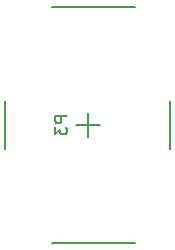
<source format=gbr>
G04 #@! TF.FileFunction,Legend,Bot*
%FSLAX46Y46*%
G04 Gerber Fmt 4.6, Leading zero omitted, Abs format (unit mm)*
G04 Created by KiCad (PCBNEW 4.0.5+dfsg1-4~bpo8+1) date Mon Sep 25 13:54:36 2017*
%MOMM*%
%LPD*%
G01*
G04 APERTURE LIST*
%ADD10C,0.100000*%
%ADD11C,0.150000*%
G04 APERTURE END LIST*
D10*
D11*
X56850000Y-93000000D02*
X63850000Y-93000000D01*
X56850000Y-73000000D02*
X63850000Y-73000000D01*
X66850000Y-85000000D02*
X66850000Y-81000000D01*
X52850000Y-85000000D02*
X52850000Y-81000000D01*
X59850000Y-84000000D02*
X59850000Y-82000000D01*
X60850000Y-83000000D02*
X58850000Y-83000000D01*
X58077381Y-82261905D02*
X57077381Y-82261905D01*
X57077381Y-82642858D01*
X57125000Y-82738096D01*
X57172619Y-82785715D01*
X57267857Y-82833334D01*
X57410714Y-82833334D01*
X57505952Y-82785715D01*
X57553571Y-82738096D01*
X57601190Y-82642858D01*
X57601190Y-82261905D01*
X57077381Y-83166667D02*
X57077381Y-83785715D01*
X57458333Y-83452381D01*
X57458333Y-83595239D01*
X57505952Y-83690477D01*
X57553571Y-83738096D01*
X57648810Y-83785715D01*
X57886905Y-83785715D01*
X57982143Y-83738096D01*
X58029762Y-83690477D01*
X58077381Y-83595239D01*
X58077381Y-83309524D01*
X58029762Y-83214286D01*
X57982143Y-83166667D01*
M02*

</source>
